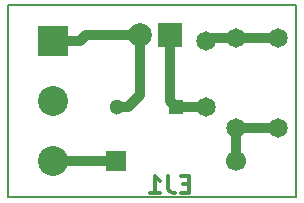
<source format=gbr>
G04 #@! TF.FileFunction,Copper,L2,Bot,Signal*
%FSLAX46Y46*%
G04 Gerber Fmt 4.6, Leading zero omitted, Abs format (unit mm)*
G04 Created by KiCad (PCBNEW 4.0.0-rc1-stable) date 30/11/2015 17:09:56*
%MOMM*%
G01*
G04 APERTURE LIST*
%ADD10C,0.100000*%
%ADD11C,0.150000*%
%ADD12C,0.300000*%
%ADD13R,1.300000X1.300000*%
%ADD14C,1.300000*%
%ADD15C,1.699260*%
%ADD16R,1.699260X1.699260*%
%ADD17R,2.000000X2.000000*%
%ADD18C,2.000000*%
%ADD19R,2.540000X2.540000*%
%ADD20C,2.540000*%
%ADD21C,1.651000*%
%ADD22C,0.812800*%
G04 APERTURE END LIST*
D10*
D11*
X151384000Y-104648000D02*
X127000000Y-104648000D01*
X151384000Y-88392000D02*
X151384000Y-104648000D01*
X127000000Y-88392000D02*
X151384000Y-88392000D01*
D12*
X142323142Y-103524857D02*
X141823142Y-103524857D01*
X141608856Y-104310571D02*
X142323142Y-104310571D01*
X142323142Y-102810571D01*
X141608856Y-102810571D01*
X140537428Y-102810571D02*
X140537428Y-103882000D01*
X140608856Y-104096286D01*
X140751713Y-104239143D01*
X140965999Y-104310571D01*
X141108856Y-104310571D01*
X139037428Y-104310571D02*
X139894571Y-104310571D01*
X139465999Y-104310571D02*
X139465999Y-102810571D01*
X139608856Y-103024857D01*
X139751714Y-103167714D01*
X139894571Y-103239143D01*
D11*
X127000000Y-104648000D02*
X127000000Y-88392000D01*
D13*
X141224000Y-97028000D03*
D14*
X136224000Y-97028000D03*
D15*
X146304520Y-101597460D03*
D16*
X136144520Y-101597460D03*
D17*
X140716000Y-90932000D03*
D18*
X138176000Y-90932000D03*
D19*
X130810000Y-91440000D03*
D20*
X130810000Y-96520000D03*
X130810000Y-101600000D03*
D21*
X146304000Y-91186000D03*
X146304000Y-98806000D03*
X149860000Y-91186000D03*
X149860000Y-98806000D03*
X143764000Y-97028000D03*
X143764000Y-91440000D03*
D22*
X146304000Y-91186000D02*
X149860000Y-91186000D01*
X146304000Y-91186000D02*
X144018000Y-91186000D01*
X143764000Y-97028000D02*
X141224000Y-97028000D01*
X144018000Y-91186000D02*
X143764000Y-91440000D01*
X140716000Y-90932000D02*
X140716000Y-96520000D01*
X140716000Y-96520000D02*
X141224000Y-97028000D01*
X136224000Y-97028000D02*
X137160000Y-97028000D01*
X138176000Y-96012000D02*
X138176000Y-90932000D01*
X137160000Y-97028000D02*
X138176000Y-96012000D01*
X130810000Y-91440000D02*
X133096000Y-91440000D01*
X133604000Y-90932000D02*
X138176000Y-90932000D01*
X133096000Y-91440000D02*
X133604000Y-90932000D01*
X146304000Y-98806000D02*
X149860000Y-98806000D01*
X146304000Y-98806000D02*
X146304000Y-101596940D01*
X146304000Y-101596940D02*
X146304520Y-101597460D01*
X130810000Y-101600000D02*
X136141980Y-101600000D01*
X136141980Y-101600000D02*
X136144520Y-101597460D01*
M02*

</source>
